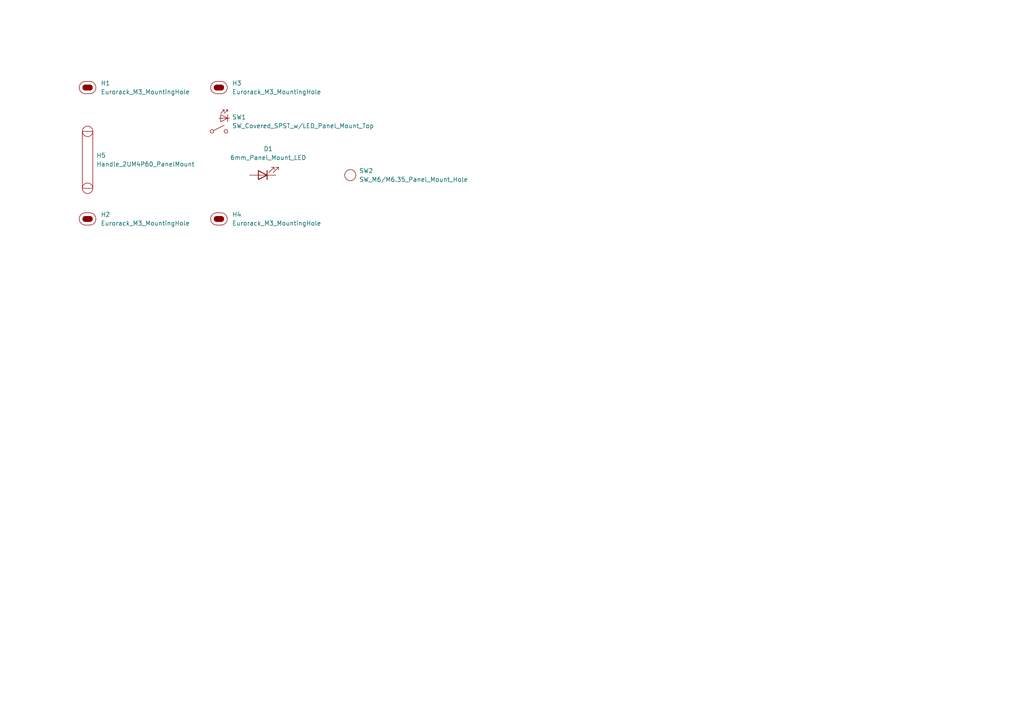
<source format=kicad_sch>
(kicad_sch (version 20250114) (generator "eeschema") (generator_version "9.0")
  (paper "A4")
  (lib_symbols
    (symbol "EXC:6mm_Panel_Mount_LED" (pin_numbers (hide yes)) (pin_names (offset 1.016) (hide yes))
      (property "Reference" "D" (at 0 2.54 0))
      (property "Value" "6mm_Panel_Mount_LED" (at 0 -3.556 0))
      (symbol "6mm_Panel_Mount_LED_0_1"
        (polyline (pts (xy -1.27 1.27) (xy -1.27 -1.27) (xy 1.27 0) (xy -1.27 1.27)) (stroke (width 0.254)))
        (polyline (pts (xy 1.27 1.27) (xy 1.27 -1.27)) (stroke (width 0.254)))
        (polyline (pts (xy 1.27 0) (xy -1.27 0)))
        (polyline (pts (xy 1.778 0.762) (xy 3.302 2.286) (xy 2.54 2.286) (xy 3.302 2.286) (xy 3.302 1.524)))
        (polyline (pts (xy 3.048 0.762) (xy 4.572 2.286) (xy 3.81 2.286) (xy 4.572 2.286) (xy 4.572 1.524)))
      )
      (symbol "6mm_Panel_Mount_LED_1_1"
        (pin passive line (at -3.81 0 0) (length 2.54) (name "A") (number "2"))
        (pin passive line (at 3.81 0 180) (length 2.54) (name "K") (number "1"))
      )
    )
    (symbol "EXC:Eurorack_M3_MountingHole" (pin_names (offset 1.016))
      (property "Reference" "H" (at 0 5.08 0))
      (property "Value" "Eurorack_M3_MountingHole" (at 0 3.175 0))
      (symbol "Eurorack_M3_MountingHole_0_1"
        (polyline (pts (xy -0.635 0.762) (xy 0.635 0.762)))
        (circle (center -0.635 0) (radius 0.762) (fill (type outline)))
        (arc (start -0.635 -0.762) (mid -1.397 0) (end -0.635 0.762))
        (arc (start -0.635 -1.778) (mid -2.413 0) (end -0.635 1.778))
        (polyline (pts (xy -0.635 -0.762) (xy 0.635 -0.762)))
        (polyline (pts (xy -0.635 -1.778) (xy 0.635 -1.778)))
        (circle (center 0 0) (radius 0.762) (fill (type outline)))
        (polyline (pts (xy 0.635 1.778) (xy -0.635 1.778)))
        (arc (start 0.6141 1.778) (mid 2.4131 0) (end 0.6141 -1.778))
        (arc (start 0.6227 0.762) (mid 1.3971 0) (end 0.6227 -0.762))
        (circle (center 0.635 0) (radius 0.762) (fill (type outline)))
      )
    )
    (symbol "EXC:Handle_2UM4P60_A"
      (property "Reference" "H" (at 0 -2.794 0))
      (property "Value" "Handle_2UM4P60_PanelMount" (at 0.254 -20.828 0))
      (symbol "Handle_2UM4P60_A_0_1"
        (rectangle (start -1.524 0) (end 1.524 -16.51))
        (circle (center 0 0) (radius 1.524))
        (circle (center 0 -16.51) (radius 1.524))
      )
    )
    (symbol "EXC:SW_Covered_SPST_w/LED_Panel_Mount_Top" (pin_names (offset 0) (hide yes))
      (property "Reference" "SW" (at 0 7.366 0))
      (property "Value" "SW_Covered_SPST_w/LED_Panel_Mount_Top" (at 0 -2.54 0))
      (symbol "SW_Covered_SPST_w/LED_Panel_Mount_Top_0_0"
        (circle (center -2.032 0) (radius 0.508))
        (polyline (pts (xy -1.524 0.254) (xy 1.524 1.778)))
        (circle (center 2.032 0) (radius 0.508))
      )
      (symbol "SW_Covered_SPST_w/LED_Panel_Mount_Top_0_1"
        (polyline (pts (xy 0 3.81) (xy 2.54 3.81) (xy 3.048 3.81)))
        (polyline (pts (xy 0.508 5.207) (xy 1.524 6.223) (xy 1.016 6.223)))
        (polyline (pts (xy 0.508 2.794) (xy 0.508 4.826) (xy 2.54 3.81) (xy 0.508 2.794)))
        (polyline (pts (xy 1.524 6.223) (xy 1.524 5.715)))
        (polyline (pts (xy 1.524 5.207) (xy 2.54 6.223) (xy 2.032 6.223)))
        (polyline (pts (xy 2.54 6.223) (xy 2.54 5.715)))
        (polyline (pts (xy 2.54 2.794) (xy 2.54 4.826)))
      )
    )
    (symbol "EXC:SW_M6/6.35_Panel_Mount_Hole" (pin_names (offset 0) (hide yes))
      (property "Reference" "SW" (at 0 3.175 0))
      (property "Value" "SW_M6/M6.35_Panel_Mount_Hole" (at 0 -2.794 0))
      (symbol "SW_M6/6.35_Panel_Mount_Hole_0_0"
        (circle (center 0 0) (radius 1.6129))
      )
    )
  )
  (symbol (lib_id "EXC:Eurorack_M3_MountingHole") (at 25.4 63.5 0) (unit 1)
    (property "Reference" "H2" (at 29.21 62.2299 0) (effects (justify left)))
    (property "Value" "Eurorack_M3_MountingHole" (at 29.21 64.7699 0) (effects (justify left)))
    (property "Footprint" "EXC:MountingHole_3.2mm_M3" (effects (hide yes)))
    (property "Description" "Mounting Hole without connection" (effects (hide yes)))
  )
  (symbol (lib_id "EXC:SW_M6/6.35_Panel_Mount_Hole") (at 101.6 50.8 0) (unit 1)
    (property "Reference" "SW2" (at 104.14 49.5299 0) (effects (justify left)))
    (property "Value" "SW_M6/M6.35_Panel_Mount_Hole" (at 104.14 52.0699 0) (effects (justify left)))
    (property "Footprint" "EXC:SW_M6-M6.35_Panel_Mount_Hole" (effects (hide yes)))
    (property "Datasheet" "https://ae01.alicdn.com/kf/S30ba4cd8ca6748179fcb108112fb1d3fP.jpg" (effects (hide yes)))
    (property "Description" "Hole for the top of the panel of the switch so it allows space for the M6-ish nut to sit inside" (effects (hide yes)))
    (property "Source" "https://www.aliexpress.com/item/4000512396094.html" (effects (hide yes)))
  )
  (symbol (lib_id "EXC:Handle_2UM4P60_A") (at 25.4 38.1 0) (unit 1)
    (property "Reference" "H5" (at 27.94 45.0849 0) (effects (justify left)))
    (property "Value" "Handle_2UM4P60_PanelMount" (at 27.94 47.6249 0) (effects (justify left)))
    (property "Footprint" "EXC:Handle_2UM4P60_A" (effects (hide yes)))
    (property "Datasheet" "https://ae-pic-a1.aliexpress-media.com/kf/Sbae1622782804f9f92841f71c2bff088U.jpg" (effects (hide yes)))
    (property "Description" "The part of the 60mm handle that has the holes for the mounting screws" (effects (hide yes)))
    (property "Source" "https://www.aliexpress.com/item/1005007166949940.html" (effects (hide yes)))
  )
  (symbol (lib_id "EXC:SW_Covered_SPST_w/LED_Panel_Mount_Top") (at 63.5 38.1 0) (unit 1)
    (property "Reference" "SW1" (at 67.31 33.9724 0) (effects (justify left)))
    (property "Value" "SW_Covered_SPST_w/LED_Panel_Mount_Top" (at 67.31 36.5124 0) (effects (justify left)))
    (property "Footprint" "EXC:Illuminated_Toggle_Switch_M12_Top" (effects (hide yes)))
    (property "Datasheet" "https://cdn-shop.adafruit.com/product-files/3219/LEDtoggle_switch_diagram.jpg" (effects (hide yes)))
    (property "Description" "Single Pole Single Throw (SPST) switch" (effects (hide yes)))
    (property "Source" "https://www.adafruit.com/product/3219" (effects (hide yes)))
  )
  (symbol (lib_id "EXC:Eurorack_M3_MountingHole") (at 63.5 63.5 0) (unit 1)
    (property "Reference" "H4" (at 67.31 62.2299 0) (effects (justify left)))
    (property "Value" "Eurorack_M3_MountingHole" (at 67.31 64.7699 0) (effects (justify left)))
    (property "Footprint" "EXC:MountingHole_3.2mm_M3" (effects (hide yes)))
    (property "Description" "Mounting Hole without connection" (effects (hide yes)))
  )
  (symbol (lib_id "EXC:Eurorack_M3_MountingHole") (at 63.5 25.4 0) (unit 1)
    (property "Reference" "H3" (at 67.31 24.1299 0) (effects (justify left)))
    (property "Value" "Eurorack_M3_MountingHole" (at 67.31 26.6699 0) (effects (justify left)))
    (property "Footprint" "EXC:MountingHole_3.2mm_M3" (effects (hide yes)))
    (property "Description" "Mounting Hole without connection" (effects (hide yes)))
  )
  (symbol (lib_id "EXC:Eurorack_M3_MountingHole") (at 25.4 25.4 0) (unit 1)
    (property "Reference" "H1" (at 29.21 24.1299 0) (effects (justify left)))
    (property "Value" "Eurorack_M3_MountingHole" (at 29.21 26.6699 0) (effects (justify left)))
    (property "Footprint" "EXC:MountingHole_3.2mm_M3" (effects (hide yes)))
    (property "Description" "Mounting Hole without connection" (effects (hide yes)))
  )
  (symbol (lib_id "EXC:6mm_Panel_Mount_LED") (at 76.2 50.8 0) (unit 1)
    (property "Reference" "D1" (at 77.7875 43.18 0))
    (property "Value" "6mm_Panel_Mount_LED" (at 77.7875 45.72 0))
    (property "Footprint" "EXC:6mm_Panel_Mount_LED" (effects (hide yes)))
    (property "Description" "Light emitting diode" (effects (hide yes)))
  )
)
</source>
